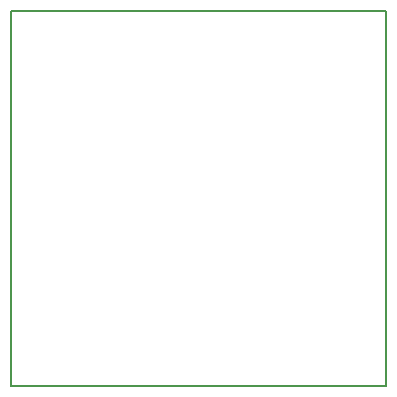
<source format=gm1>
G04 MADE WITH FRITZING*
G04 WWW.FRITZING.ORG*
G04 DOUBLE SIDED*
G04 HOLES PLATED*
G04 CONTOUR ON CENTER OF CONTOUR VECTOR*
%ASAXBY*%
%FSLAX23Y23*%
%MOIN*%
%OFA0B0*%
%SFA1.0B1.0*%
%ADD10R,1.259840X1.259840*%
%ADD11C,0.008000*%
%ADD10C,0.008*%
%LNCONTOUR*%
G90*
G70*
G54D10*
G54D11*
X4Y1256D02*
X1256Y1256D01*
X1256Y4D01*
X4Y4D01*
X4Y1256D01*
D02*
G04 End of contour*
M02*
</source>
